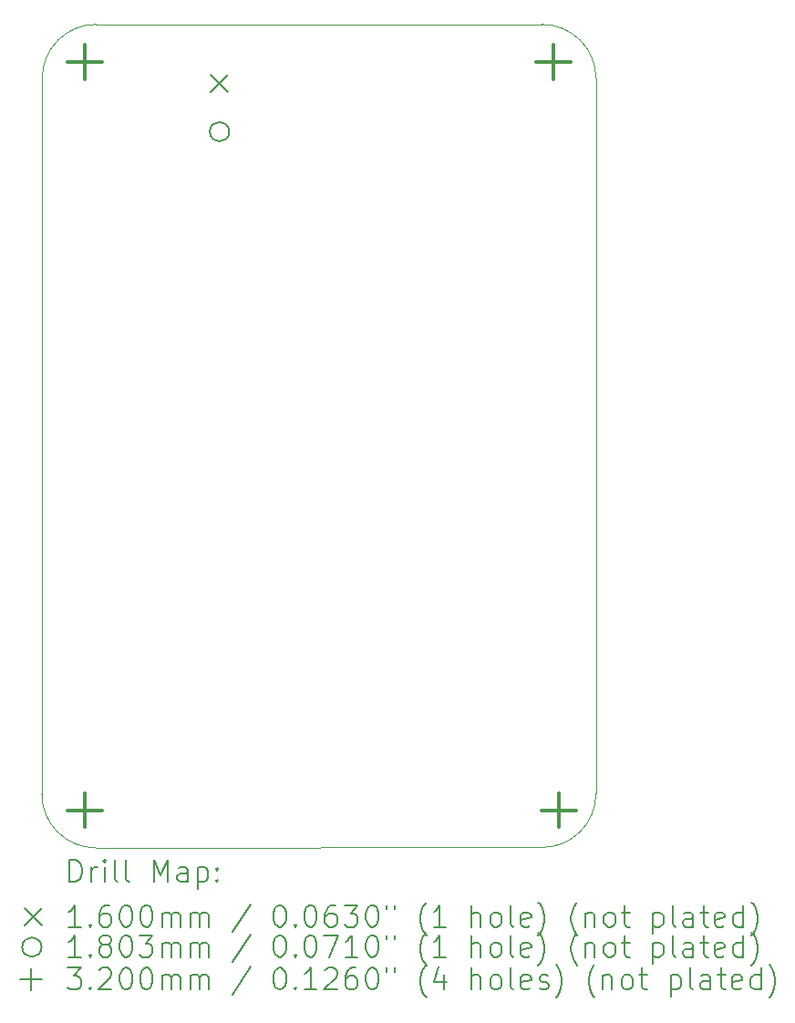
<source format=gbr>
%TF.GenerationSoftware,KiCad,Pcbnew,8.0.5*%
%TF.CreationDate,2024-11-08T10:57:39-05:00*%
%TF.ProjectId,Main,4d61696e-2e6b-4696-9361-645f70636258,rev?*%
%TF.SameCoordinates,Original*%
%TF.FileFunction,Drillmap*%
%TF.FilePolarity,Positive*%
%FSLAX45Y45*%
G04 Gerber Fmt 4.5, Leading zero omitted, Abs format (unit mm)*
G04 Created by KiCad (PCBNEW 8.0.5) date 2024-11-08 10:57:39*
%MOMM*%
%LPD*%
G01*
G04 APERTURE LIST*
%ADD10C,0.050000*%
%ADD11C,0.200000*%
%ADD12C,0.160020*%
%ADD13C,0.180340*%
%ADD14C,0.320000*%
G04 APERTURE END LIST*
D10*
X13353553Y-13053553D02*
G75*
G02*
X12853547Y-12553553I-3J500003D01*
G01*
X13357107Y-5407107D02*
X17500000Y-5407107D01*
X18000000Y-12550000D02*
G75*
G02*
X17500000Y-13050000I-500000J0D01*
G01*
X18000000Y-5907107D02*
X18000000Y-12550000D01*
X17500000Y-5407107D02*
G75*
G02*
X17999993Y-5907107I0J-499993D01*
G01*
X12853553Y-12553553D02*
X12857107Y-5907107D01*
X17500000Y-13050000D02*
X13353553Y-13053553D01*
X12857107Y-5907107D02*
G75*
G02*
X13357107Y-5407107I499999J1D01*
G01*
D11*
D12*
X14423543Y-5873543D02*
X14583563Y-6033563D01*
X14583563Y-5873543D02*
X14423543Y-6033563D01*
D13*
X14593723Y-6403553D02*
G75*
G02*
X14413383Y-6403553I-90170J0D01*
G01*
X14413383Y-6403553D02*
G75*
G02*
X14593723Y-6403553I90170J0D01*
G01*
D14*
X13253553Y-5593553D02*
X13253553Y-5913553D01*
X13093553Y-5753553D02*
X13413553Y-5753553D01*
X13253553Y-12543553D02*
X13253553Y-12863553D01*
X13093553Y-12703553D02*
X13413553Y-12703553D01*
X17603553Y-5593553D02*
X17603553Y-5913553D01*
X17443553Y-5753553D02*
X17763553Y-5753553D01*
X17653553Y-12543553D02*
X17653553Y-12863553D01*
X17493553Y-12703553D02*
X17813553Y-12703553D01*
D11*
X13111830Y-13367537D02*
X13111830Y-13167537D01*
X13111830Y-13167537D02*
X13159449Y-13167537D01*
X13159449Y-13167537D02*
X13188021Y-13177061D01*
X13188021Y-13177061D02*
X13207068Y-13196109D01*
X13207068Y-13196109D02*
X13216592Y-13215156D01*
X13216592Y-13215156D02*
X13226116Y-13253251D01*
X13226116Y-13253251D02*
X13226116Y-13281823D01*
X13226116Y-13281823D02*
X13216592Y-13319918D01*
X13216592Y-13319918D02*
X13207068Y-13338966D01*
X13207068Y-13338966D02*
X13188021Y-13358013D01*
X13188021Y-13358013D02*
X13159449Y-13367537D01*
X13159449Y-13367537D02*
X13111830Y-13367537D01*
X13311830Y-13367537D02*
X13311830Y-13234204D01*
X13311830Y-13272299D02*
X13321354Y-13253251D01*
X13321354Y-13253251D02*
X13330878Y-13243728D01*
X13330878Y-13243728D02*
X13349925Y-13234204D01*
X13349925Y-13234204D02*
X13368973Y-13234204D01*
X13435640Y-13367537D02*
X13435640Y-13234204D01*
X13435640Y-13167537D02*
X13426116Y-13177061D01*
X13426116Y-13177061D02*
X13435640Y-13186585D01*
X13435640Y-13186585D02*
X13445163Y-13177061D01*
X13445163Y-13177061D02*
X13435640Y-13167537D01*
X13435640Y-13167537D02*
X13435640Y-13186585D01*
X13559449Y-13367537D02*
X13540402Y-13358013D01*
X13540402Y-13358013D02*
X13530878Y-13338966D01*
X13530878Y-13338966D02*
X13530878Y-13167537D01*
X13664211Y-13367537D02*
X13645163Y-13358013D01*
X13645163Y-13358013D02*
X13635640Y-13338966D01*
X13635640Y-13338966D02*
X13635640Y-13167537D01*
X13892783Y-13367537D02*
X13892783Y-13167537D01*
X13892783Y-13167537D02*
X13959449Y-13310394D01*
X13959449Y-13310394D02*
X14026116Y-13167537D01*
X14026116Y-13167537D02*
X14026116Y-13367537D01*
X14207068Y-13367537D02*
X14207068Y-13262775D01*
X14207068Y-13262775D02*
X14197544Y-13243728D01*
X14197544Y-13243728D02*
X14178497Y-13234204D01*
X14178497Y-13234204D02*
X14140402Y-13234204D01*
X14140402Y-13234204D02*
X14121354Y-13243728D01*
X14207068Y-13358013D02*
X14188021Y-13367537D01*
X14188021Y-13367537D02*
X14140402Y-13367537D01*
X14140402Y-13367537D02*
X14121354Y-13358013D01*
X14121354Y-13358013D02*
X14111830Y-13338966D01*
X14111830Y-13338966D02*
X14111830Y-13319918D01*
X14111830Y-13319918D02*
X14121354Y-13300870D01*
X14121354Y-13300870D02*
X14140402Y-13291347D01*
X14140402Y-13291347D02*
X14188021Y-13291347D01*
X14188021Y-13291347D02*
X14207068Y-13281823D01*
X14302306Y-13234204D02*
X14302306Y-13434204D01*
X14302306Y-13243728D02*
X14321354Y-13234204D01*
X14321354Y-13234204D02*
X14359449Y-13234204D01*
X14359449Y-13234204D02*
X14378497Y-13243728D01*
X14378497Y-13243728D02*
X14388021Y-13253251D01*
X14388021Y-13253251D02*
X14397544Y-13272299D01*
X14397544Y-13272299D02*
X14397544Y-13329442D01*
X14397544Y-13329442D02*
X14388021Y-13348489D01*
X14388021Y-13348489D02*
X14378497Y-13358013D01*
X14378497Y-13358013D02*
X14359449Y-13367537D01*
X14359449Y-13367537D02*
X14321354Y-13367537D01*
X14321354Y-13367537D02*
X14302306Y-13358013D01*
X14483259Y-13348489D02*
X14492783Y-13358013D01*
X14492783Y-13358013D02*
X14483259Y-13367537D01*
X14483259Y-13367537D02*
X14473735Y-13358013D01*
X14473735Y-13358013D02*
X14483259Y-13348489D01*
X14483259Y-13348489D02*
X14483259Y-13367537D01*
X14483259Y-13243728D02*
X14492783Y-13253251D01*
X14492783Y-13253251D02*
X14483259Y-13262775D01*
X14483259Y-13262775D02*
X14473735Y-13253251D01*
X14473735Y-13253251D02*
X14483259Y-13243728D01*
X14483259Y-13243728D02*
X14483259Y-13262775D01*
D12*
X12691033Y-13616043D02*
X12851053Y-13776063D01*
X12851053Y-13616043D02*
X12691033Y-13776063D01*
D11*
X13216592Y-13787537D02*
X13102306Y-13787537D01*
X13159449Y-13787537D02*
X13159449Y-13587537D01*
X13159449Y-13587537D02*
X13140402Y-13616109D01*
X13140402Y-13616109D02*
X13121354Y-13635156D01*
X13121354Y-13635156D02*
X13102306Y-13644680D01*
X13302306Y-13768489D02*
X13311830Y-13778013D01*
X13311830Y-13778013D02*
X13302306Y-13787537D01*
X13302306Y-13787537D02*
X13292783Y-13778013D01*
X13292783Y-13778013D02*
X13302306Y-13768489D01*
X13302306Y-13768489D02*
X13302306Y-13787537D01*
X13483259Y-13587537D02*
X13445163Y-13587537D01*
X13445163Y-13587537D02*
X13426116Y-13597061D01*
X13426116Y-13597061D02*
X13416592Y-13606585D01*
X13416592Y-13606585D02*
X13397544Y-13635156D01*
X13397544Y-13635156D02*
X13388021Y-13673251D01*
X13388021Y-13673251D02*
X13388021Y-13749442D01*
X13388021Y-13749442D02*
X13397544Y-13768489D01*
X13397544Y-13768489D02*
X13407068Y-13778013D01*
X13407068Y-13778013D02*
X13426116Y-13787537D01*
X13426116Y-13787537D02*
X13464211Y-13787537D01*
X13464211Y-13787537D02*
X13483259Y-13778013D01*
X13483259Y-13778013D02*
X13492783Y-13768489D01*
X13492783Y-13768489D02*
X13502306Y-13749442D01*
X13502306Y-13749442D02*
X13502306Y-13701823D01*
X13502306Y-13701823D02*
X13492783Y-13682775D01*
X13492783Y-13682775D02*
X13483259Y-13673251D01*
X13483259Y-13673251D02*
X13464211Y-13663728D01*
X13464211Y-13663728D02*
X13426116Y-13663728D01*
X13426116Y-13663728D02*
X13407068Y-13673251D01*
X13407068Y-13673251D02*
X13397544Y-13682775D01*
X13397544Y-13682775D02*
X13388021Y-13701823D01*
X13626116Y-13587537D02*
X13645164Y-13587537D01*
X13645164Y-13587537D02*
X13664211Y-13597061D01*
X13664211Y-13597061D02*
X13673735Y-13606585D01*
X13673735Y-13606585D02*
X13683259Y-13625632D01*
X13683259Y-13625632D02*
X13692783Y-13663728D01*
X13692783Y-13663728D02*
X13692783Y-13711347D01*
X13692783Y-13711347D02*
X13683259Y-13749442D01*
X13683259Y-13749442D02*
X13673735Y-13768489D01*
X13673735Y-13768489D02*
X13664211Y-13778013D01*
X13664211Y-13778013D02*
X13645164Y-13787537D01*
X13645164Y-13787537D02*
X13626116Y-13787537D01*
X13626116Y-13787537D02*
X13607068Y-13778013D01*
X13607068Y-13778013D02*
X13597544Y-13768489D01*
X13597544Y-13768489D02*
X13588021Y-13749442D01*
X13588021Y-13749442D02*
X13578497Y-13711347D01*
X13578497Y-13711347D02*
X13578497Y-13663728D01*
X13578497Y-13663728D02*
X13588021Y-13625632D01*
X13588021Y-13625632D02*
X13597544Y-13606585D01*
X13597544Y-13606585D02*
X13607068Y-13597061D01*
X13607068Y-13597061D02*
X13626116Y-13587537D01*
X13816592Y-13587537D02*
X13835640Y-13587537D01*
X13835640Y-13587537D02*
X13854687Y-13597061D01*
X13854687Y-13597061D02*
X13864211Y-13606585D01*
X13864211Y-13606585D02*
X13873735Y-13625632D01*
X13873735Y-13625632D02*
X13883259Y-13663728D01*
X13883259Y-13663728D02*
X13883259Y-13711347D01*
X13883259Y-13711347D02*
X13873735Y-13749442D01*
X13873735Y-13749442D02*
X13864211Y-13768489D01*
X13864211Y-13768489D02*
X13854687Y-13778013D01*
X13854687Y-13778013D02*
X13835640Y-13787537D01*
X13835640Y-13787537D02*
X13816592Y-13787537D01*
X13816592Y-13787537D02*
X13797544Y-13778013D01*
X13797544Y-13778013D02*
X13788021Y-13768489D01*
X13788021Y-13768489D02*
X13778497Y-13749442D01*
X13778497Y-13749442D02*
X13768973Y-13711347D01*
X13768973Y-13711347D02*
X13768973Y-13663728D01*
X13768973Y-13663728D02*
X13778497Y-13625632D01*
X13778497Y-13625632D02*
X13788021Y-13606585D01*
X13788021Y-13606585D02*
X13797544Y-13597061D01*
X13797544Y-13597061D02*
X13816592Y-13587537D01*
X13968973Y-13787537D02*
X13968973Y-13654204D01*
X13968973Y-13673251D02*
X13978497Y-13663728D01*
X13978497Y-13663728D02*
X13997544Y-13654204D01*
X13997544Y-13654204D02*
X14026116Y-13654204D01*
X14026116Y-13654204D02*
X14045164Y-13663728D01*
X14045164Y-13663728D02*
X14054687Y-13682775D01*
X14054687Y-13682775D02*
X14054687Y-13787537D01*
X14054687Y-13682775D02*
X14064211Y-13663728D01*
X14064211Y-13663728D02*
X14083259Y-13654204D01*
X14083259Y-13654204D02*
X14111830Y-13654204D01*
X14111830Y-13654204D02*
X14130878Y-13663728D01*
X14130878Y-13663728D02*
X14140402Y-13682775D01*
X14140402Y-13682775D02*
X14140402Y-13787537D01*
X14235640Y-13787537D02*
X14235640Y-13654204D01*
X14235640Y-13673251D02*
X14245164Y-13663728D01*
X14245164Y-13663728D02*
X14264211Y-13654204D01*
X14264211Y-13654204D02*
X14292783Y-13654204D01*
X14292783Y-13654204D02*
X14311830Y-13663728D01*
X14311830Y-13663728D02*
X14321354Y-13682775D01*
X14321354Y-13682775D02*
X14321354Y-13787537D01*
X14321354Y-13682775D02*
X14330878Y-13663728D01*
X14330878Y-13663728D02*
X14349925Y-13654204D01*
X14349925Y-13654204D02*
X14378497Y-13654204D01*
X14378497Y-13654204D02*
X14397545Y-13663728D01*
X14397545Y-13663728D02*
X14407068Y-13682775D01*
X14407068Y-13682775D02*
X14407068Y-13787537D01*
X14797545Y-13578013D02*
X14626116Y-13835156D01*
X15054687Y-13587537D02*
X15073735Y-13587537D01*
X15073735Y-13587537D02*
X15092783Y-13597061D01*
X15092783Y-13597061D02*
X15102307Y-13606585D01*
X15102307Y-13606585D02*
X15111830Y-13625632D01*
X15111830Y-13625632D02*
X15121354Y-13663728D01*
X15121354Y-13663728D02*
X15121354Y-13711347D01*
X15121354Y-13711347D02*
X15111830Y-13749442D01*
X15111830Y-13749442D02*
X15102307Y-13768489D01*
X15102307Y-13768489D02*
X15092783Y-13778013D01*
X15092783Y-13778013D02*
X15073735Y-13787537D01*
X15073735Y-13787537D02*
X15054687Y-13787537D01*
X15054687Y-13787537D02*
X15035640Y-13778013D01*
X15035640Y-13778013D02*
X15026116Y-13768489D01*
X15026116Y-13768489D02*
X15016592Y-13749442D01*
X15016592Y-13749442D02*
X15007068Y-13711347D01*
X15007068Y-13711347D02*
X15007068Y-13663728D01*
X15007068Y-13663728D02*
X15016592Y-13625632D01*
X15016592Y-13625632D02*
X15026116Y-13606585D01*
X15026116Y-13606585D02*
X15035640Y-13597061D01*
X15035640Y-13597061D02*
X15054687Y-13587537D01*
X15207068Y-13768489D02*
X15216592Y-13778013D01*
X15216592Y-13778013D02*
X15207068Y-13787537D01*
X15207068Y-13787537D02*
X15197545Y-13778013D01*
X15197545Y-13778013D02*
X15207068Y-13768489D01*
X15207068Y-13768489D02*
X15207068Y-13787537D01*
X15340402Y-13587537D02*
X15359449Y-13587537D01*
X15359449Y-13587537D02*
X15378497Y-13597061D01*
X15378497Y-13597061D02*
X15388021Y-13606585D01*
X15388021Y-13606585D02*
X15397545Y-13625632D01*
X15397545Y-13625632D02*
X15407068Y-13663728D01*
X15407068Y-13663728D02*
X15407068Y-13711347D01*
X15407068Y-13711347D02*
X15397545Y-13749442D01*
X15397545Y-13749442D02*
X15388021Y-13768489D01*
X15388021Y-13768489D02*
X15378497Y-13778013D01*
X15378497Y-13778013D02*
X15359449Y-13787537D01*
X15359449Y-13787537D02*
X15340402Y-13787537D01*
X15340402Y-13787537D02*
X15321354Y-13778013D01*
X15321354Y-13778013D02*
X15311830Y-13768489D01*
X15311830Y-13768489D02*
X15302307Y-13749442D01*
X15302307Y-13749442D02*
X15292783Y-13711347D01*
X15292783Y-13711347D02*
X15292783Y-13663728D01*
X15292783Y-13663728D02*
X15302307Y-13625632D01*
X15302307Y-13625632D02*
X15311830Y-13606585D01*
X15311830Y-13606585D02*
X15321354Y-13597061D01*
X15321354Y-13597061D02*
X15340402Y-13587537D01*
X15578497Y-13587537D02*
X15540402Y-13587537D01*
X15540402Y-13587537D02*
X15521354Y-13597061D01*
X15521354Y-13597061D02*
X15511830Y-13606585D01*
X15511830Y-13606585D02*
X15492783Y-13635156D01*
X15492783Y-13635156D02*
X15483259Y-13673251D01*
X15483259Y-13673251D02*
X15483259Y-13749442D01*
X15483259Y-13749442D02*
X15492783Y-13768489D01*
X15492783Y-13768489D02*
X15502307Y-13778013D01*
X15502307Y-13778013D02*
X15521354Y-13787537D01*
X15521354Y-13787537D02*
X15559449Y-13787537D01*
X15559449Y-13787537D02*
X15578497Y-13778013D01*
X15578497Y-13778013D02*
X15588021Y-13768489D01*
X15588021Y-13768489D02*
X15597545Y-13749442D01*
X15597545Y-13749442D02*
X15597545Y-13701823D01*
X15597545Y-13701823D02*
X15588021Y-13682775D01*
X15588021Y-13682775D02*
X15578497Y-13673251D01*
X15578497Y-13673251D02*
X15559449Y-13663728D01*
X15559449Y-13663728D02*
X15521354Y-13663728D01*
X15521354Y-13663728D02*
X15502307Y-13673251D01*
X15502307Y-13673251D02*
X15492783Y-13682775D01*
X15492783Y-13682775D02*
X15483259Y-13701823D01*
X15664211Y-13587537D02*
X15788021Y-13587537D01*
X15788021Y-13587537D02*
X15721354Y-13663728D01*
X15721354Y-13663728D02*
X15749926Y-13663728D01*
X15749926Y-13663728D02*
X15768973Y-13673251D01*
X15768973Y-13673251D02*
X15778497Y-13682775D01*
X15778497Y-13682775D02*
X15788021Y-13701823D01*
X15788021Y-13701823D02*
X15788021Y-13749442D01*
X15788021Y-13749442D02*
X15778497Y-13768489D01*
X15778497Y-13768489D02*
X15768973Y-13778013D01*
X15768973Y-13778013D02*
X15749926Y-13787537D01*
X15749926Y-13787537D02*
X15692783Y-13787537D01*
X15692783Y-13787537D02*
X15673735Y-13778013D01*
X15673735Y-13778013D02*
X15664211Y-13768489D01*
X15911830Y-13587537D02*
X15930878Y-13587537D01*
X15930878Y-13587537D02*
X15949926Y-13597061D01*
X15949926Y-13597061D02*
X15959449Y-13606585D01*
X15959449Y-13606585D02*
X15968973Y-13625632D01*
X15968973Y-13625632D02*
X15978497Y-13663728D01*
X15978497Y-13663728D02*
X15978497Y-13711347D01*
X15978497Y-13711347D02*
X15968973Y-13749442D01*
X15968973Y-13749442D02*
X15959449Y-13768489D01*
X15959449Y-13768489D02*
X15949926Y-13778013D01*
X15949926Y-13778013D02*
X15930878Y-13787537D01*
X15930878Y-13787537D02*
X15911830Y-13787537D01*
X15911830Y-13787537D02*
X15892783Y-13778013D01*
X15892783Y-13778013D02*
X15883259Y-13768489D01*
X15883259Y-13768489D02*
X15873735Y-13749442D01*
X15873735Y-13749442D02*
X15864211Y-13711347D01*
X15864211Y-13711347D02*
X15864211Y-13663728D01*
X15864211Y-13663728D02*
X15873735Y-13625632D01*
X15873735Y-13625632D02*
X15883259Y-13606585D01*
X15883259Y-13606585D02*
X15892783Y-13597061D01*
X15892783Y-13597061D02*
X15911830Y-13587537D01*
X16054688Y-13587537D02*
X16054688Y-13625632D01*
X16130878Y-13587537D02*
X16130878Y-13625632D01*
X16426116Y-13863728D02*
X16416592Y-13854204D01*
X16416592Y-13854204D02*
X16397545Y-13825632D01*
X16397545Y-13825632D02*
X16388021Y-13806585D01*
X16388021Y-13806585D02*
X16378497Y-13778013D01*
X16378497Y-13778013D02*
X16368973Y-13730394D01*
X16368973Y-13730394D02*
X16368973Y-13692299D01*
X16368973Y-13692299D02*
X16378497Y-13644680D01*
X16378497Y-13644680D02*
X16388021Y-13616109D01*
X16388021Y-13616109D02*
X16397545Y-13597061D01*
X16397545Y-13597061D02*
X16416592Y-13568489D01*
X16416592Y-13568489D02*
X16426116Y-13558966D01*
X16607069Y-13787537D02*
X16492783Y-13787537D01*
X16549926Y-13787537D02*
X16549926Y-13587537D01*
X16549926Y-13587537D02*
X16530878Y-13616109D01*
X16530878Y-13616109D02*
X16511830Y-13635156D01*
X16511830Y-13635156D02*
X16492783Y-13644680D01*
X16845164Y-13787537D02*
X16845164Y-13587537D01*
X16930878Y-13787537D02*
X16930878Y-13682775D01*
X16930878Y-13682775D02*
X16921354Y-13663728D01*
X16921354Y-13663728D02*
X16902307Y-13654204D01*
X16902307Y-13654204D02*
X16873735Y-13654204D01*
X16873735Y-13654204D02*
X16854688Y-13663728D01*
X16854688Y-13663728D02*
X16845164Y-13673251D01*
X17054688Y-13787537D02*
X17035640Y-13778013D01*
X17035640Y-13778013D02*
X17026116Y-13768489D01*
X17026116Y-13768489D02*
X17016593Y-13749442D01*
X17016593Y-13749442D02*
X17016593Y-13692299D01*
X17016593Y-13692299D02*
X17026116Y-13673251D01*
X17026116Y-13673251D02*
X17035640Y-13663728D01*
X17035640Y-13663728D02*
X17054688Y-13654204D01*
X17054688Y-13654204D02*
X17083259Y-13654204D01*
X17083259Y-13654204D02*
X17102307Y-13663728D01*
X17102307Y-13663728D02*
X17111831Y-13673251D01*
X17111831Y-13673251D02*
X17121354Y-13692299D01*
X17121354Y-13692299D02*
X17121354Y-13749442D01*
X17121354Y-13749442D02*
X17111831Y-13768489D01*
X17111831Y-13768489D02*
X17102307Y-13778013D01*
X17102307Y-13778013D02*
X17083259Y-13787537D01*
X17083259Y-13787537D02*
X17054688Y-13787537D01*
X17235640Y-13787537D02*
X17216593Y-13778013D01*
X17216593Y-13778013D02*
X17207069Y-13758966D01*
X17207069Y-13758966D02*
X17207069Y-13587537D01*
X17388021Y-13778013D02*
X17368974Y-13787537D01*
X17368974Y-13787537D02*
X17330878Y-13787537D01*
X17330878Y-13787537D02*
X17311831Y-13778013D01*
X17311831Y-13778013D02*
X17302307Y-13758966D01*
X17302307Y-13758966D02*
X17302307Y-13682775D01*
X17302307Y-13682775D02*
X17311831Y-13663728D01*
X17311831Y-13663728D02*
X17330878Y-13654204D01*
X17330878Y-13654204D02*
X17368974Y-13654204D01*
X17368974Y-13654204D02*
X17388021Y-13663728D01*
X17388021Y-13663728D02*
X17397545Y-13682775D01*
X17397545Y-13682775D02*
X17397545Y-13701823D01*
X17397545Y-13701823D02*
X17302307Y-13720870D01*
X17464212Y-13863728D02*
X17473735Y-13854204D01*
X17473735Y-13854204D02*
X17492783Y-13825632D01*
X17492783Y-13825632D02*
X17502307Y-13806585D01*
X17502307Y-13806585D02*
X17511831Y-13778013D01*
X17511831Y-13778013D02*
X17521354Y-13730394D01*
X17521354Y-13730394D02*
X17521354Y-13692299D01*
X17521354Y-13692299D02*
X17511831Y-13644680D01*
X17511831Y-13644680D02*
X17502307Y-13616109D01*
X17502307Y-13616109D02*
X17492783Y-13597061D01*
X17492783Y-13597061D02*
X17473735Y-13568489D01*
X17473735Y-13568489D02*
X17464212Y-13558966D01*
X17826116Y-13863728D02*
X17816593Y-13854204D01*
X17816593Y-13854204D02*
X17797545Y-13825632D01*
X17797545Y-13825632D02*
X17788021Y-13806585D01*
X17788021Y-13806585D02*
X17778497Y-13778013D01*
X17778497Y-13778013D02*
X17768974Y-13730394D01*
X17768974Y-13730394D02*
X17768974Y-13692299D01*
X17768974Y-13692299D02*
X17778497Y-13644680D01*
X17778497Y-13644680D02*
X17788021Y-13616109D01*
X17788021Y-13616109D02*
X17797545Y-13597061D01*
X17797545Y-13597061D02*
X17816593Y-13568489D01*
X17816593Y-13568489D02*
X17826116Y-13558966D01*
X17902307Y-13654204D02*
X17902307Y-13787537D01*
X17902307Y-13673251D02*
X17911831Y-13663728D01*
X17911831Y-13663728D02*
X17930878Y-13654204D01*
X17930878Y-13654204D02*
X17959450Y-13654204D01*
X17959450Y-13654204D02*
X17978497Y-13663728D01*
X17978497Y-13663728D02*
X17988021Y-13682775D01*
X17988021Y-13682775D02*
X17988021Y-13787537D01*
X18111831Y-13787537D02*
X18092783Y-13778013D01*
X18092783Y-13778013D02*
X18083259Y-13768489D01*
X18083259Y-13768489D02*
X18073735Y-13749442D01*
X18073735Y-13749442D02*
X18073735Y-13692299D01*
X18073735Y-13692299D02*
X18083259Y-13673251D01*
X18083259Y-13673251D02*
X18092783Y-13663728D01*
X18092783Y-13663728D02*
X18111831Y-13654204D01*
X18111831Y-13654204D02*
X18140402Y-13654204D01*
X18140402Y-13654204D02*
X18159450Y-13663728D01*
X18159450Y-13663728D02*
X18168974Y-13673251D01*
X18168974Y-13673251D02*
X18178497Y-13692299D01*
X18178497Y-13692299D02*
X18178497Y-13749442D01*
X18178497Y-13749442D02*
X18168974Y-13768489D01*
X18168974Y-13768489D02*
X18159450Y-13778013D01*
X18159450Y-13778013D02*
X18140402Y-13787537D01*
X18140402Y-13787537D02*
X18111831Y-13787537D01*
X18235640Y-13654204D02*
X18311831Y-13654204D01*
X18264212Y-13587537D02*
X18264212Y-13758966D01*
X18264212Y-13758966D02*
X18273735Y-13778013D01*
X18273735Y-13778013D02*
X18292783Y-13787537D01*
X18292783Y-13787537D02*
X18311831Y-13787537D01*
X18530878Y-13654204D02*
X18530878Y-13854204D01*
X18530878Y-13663728D02*
X18549926Y-13654204D01*
X18549926Y-13654204D02*
X18588021Y-13654204D01*
X18588021Y-13654204D02*
X18607069Y-13663728D01*
X18607069Y-13663728D02*
X18616593Y-13673251D01*
X18616593Y-13673251D02*
X18626116Y-13692299D01*
X18626116Y-13692299D02*
X18626116Y-13749442D01*
X18626116Y-13749442D02*
X18616593Y-13768489D01*
X18616593Y-13768489D02*
X18607069Y-13778013D01*
X18607069Y-13778013D02*
X18588021Y-13787537D01*
X18588021Y-13787537D02*
X18549926Y-13787537D01*
X18549926Y-13787537D02*
X18530878Y-13778013D01*
X18740402Y-13787537D02*
X18721355Y-13778013D01*
X18721355Y-13778013D02*
X18711831Y-13758966D01*
X18711831Y-13758966D02*
X18711831Y-13587537D01*
X18902307Y-13787537D02*
X18902307Y-13682775D01*
X18902307Y-13682775D02*
X18892783Y-13663728D01*
X18892783Y-13663728D02*
X18873736Y-13654204D01*
X18873736Y-13654204D02*
X18835640Y-13654204D01*
X18835640Y-13654204D02*
X18816593Y-13663728D01*
X18902307Y-13778013D02*
X18883259Y-13787537D01*
X18883259Y-13787537D02*
X18835640Y-13787537D01*
X18835640Y-13787537D02*
X18816593Y-13778013D01*
X18816593Y-13778013D02*
X18807069Y-13758966D01*
X18807069Y-13758966D02*
X18807069Y-13739918D01*
X18807069Y-13739918D02*
X18816593Y-13720870D01*
X18816593Y-13720870D02*
X18835640Y-13711347D01*
X18835640Y-13711347D02*
X18883259Y-13711347D01*
X18883259Y-13711347D02*
X18902307Y-13701823D01*
X18968974Y-13654204D02*
X19045164Y-13654204D01*
X18997545Y-13587537D02*
X18997545Y-13758966D01*
X18997545Y-13758966D02*
X19007069Y-13778013D01*
X19007069Y-13778013D02*
X19026116Y-13787537D01*
X19026116Y-13787537D02*
X19045164Y-13787537D01*
X19188021Y-13778013D02*
X19168974Y-13787537D01*
X19168974Y-13787537D02*
X19130878Y-13787537D01*
X19130878Y-13787537D02*
X19111831Y-13778013D01*
X19111831Y-13778013D02*
X19102307Y-13758966D01*
X19102307Y-13758966D02*
X19102307Y-13682775D01*
X19102307Y-13682775D02*
X19111831Y-13663728D01*
X19111831Y-13663728D02*
X19130878Y-13654204D01*
X19130878Y-13654204D02*
X19168974Y-13654204D01*
X19168974Y-13654204D02*
X19188021Y-13663728D01*
X19188021Y-13663728D02*
X19197545Y-13682775D01*
X19197545Y-13682775D02*
X19197545Y-13701823D01*
X19197545Y-13701823D02*
X19102307Y-13720870D01*
X19368974Y-13787537D02*
X19368974Y-13587537D01*
X19368974Y-13778013D02*
X19349926Y-13787537D01*
X19349926Y-13787537D02*
X19311831Y-13787537D01*
X19311831Y-13787537D02*
X19292783Y-13778013D01*
X19292783Y-13778013D02*
X19283259Y-13768489D01*
X19283259Y-13768489D02*
X19273736Y-13749442D01*
X19273736Y-13749442D02*
X19273736Y-13692299D01*
X19273736Y-13692299D02*
X19283259Y-13673251D01*
X19283259Y-13673251D02*
X19292783Y-13663728D01*
X19292783Y-13663728D02*
X19311831Y-13654204D01*
X19311831Y-13654204D02*
X19349926Y-13654204D01*
X19349926Y-13654204D02*
X19368974Y-13663728D01*
X19445164Y-13863728D02*
X19454688Y-13854204D01*
X19454688Y-13854204D02*
X19473736Y-13825632D01*
X19473736Y-13825632D02*
X19483259Y-13806585D01*
X19483259Y-13806585D02*
X19492783Y-13778013D01*
X19492783Y-13778013D02*
X19502307Y-13730394D01*
X19502307Y-13730394D02*
X19502307Y-13692299D01*
X19502307Y-13692299D02*
X19492783Y-13644680D01*
X19492783Y-13644680D02*
X19483259Y-13616109D01*
X19483259Y-13616109D02*
X19473736Y-13597061D01*
X19473736Y-13597061D02*
X19454688Y-13568489D01*
X19454688Y-13568489D02*
X19445164Y-13558966D01*
D13*
X12851053Y-13976073D02*
G75*
G02*
X12670713Y-13976073I-90170J0D01*
G01*
X12670713Y-13976073D02*
G75*
G02*
X12851053Y-13976073I90170J0D01*
G01*
D11*
X13216592Y-14067557D02*
X13102306Y-14067557D01*
X13159449Y-14067557D02*
X13159449Y-13867557D01*
X13159449Y-13867557D02*
X13140402Y-13896129D01*
X13140402Y-13896129D02*
X13121354Y-13915176D01*
X13121354Y-13915176D02*
X13102306Y-13924700D01*
X13302306Y-14048509D02*
X13311830Y-14058033D01*
X13311830Y-14058033D02*
X13302306Y-14067557D01*
X13302306Y-14067557D02*
X13292783Y-14058033D01*
X13292783Y-14058033D02*
X13302306Y-14048509D01*
X13302306Y-14048509D02*
X13302306Y-14067557D01*
X13426116Y-13953271D02*
X13407068Y-13943748D01*
X13407068Y-13943748D02*
X13397544Y-13934224D01*
X13397544Y-13934224D02*
X13388021Y-13915176D01*
X13388021Y-13915176D02*
X13388021Y-13905652D01*
X13388021Y-13905652D02*
X13397544Y-13886605D01*
X13397544Y-13886605D02*
X13407068Y-13877081D01*
X13407068Y-13877081D02*
X13426116Y-13867557D01*
X13426116Y-13867557D02*
X13464211Y-13867557D01*
X13464211Y-13867557D02*
X13483259Y-13877081D01*
X13483259Y-13877081D02*
X13492783Y-13886605D01*
X13492783Y-13886605D02*
X13502306Y-13905652D01*
X13502306Y-13905652D02*
X13502306Y-13915176D01*
X13502306Y-13915176D02*
X13492783Y-13934224D01*
X13492783Y-13934224D02*
X13483259Y-13943748D01*
X13483259Y-13943748D02*
X13464211Y-13953271D01*
X13464211Y-13953271D02*
X13426116Y-13953271D01*
X13426116Y-13953271D02*
X13407068Y-13962795D01*
X13407068Y-13962795D02*
X13397544Y-13972319D01*
X13397544Y-13972319D02*
X13388021Y-13991367D01*
X13388021Y-13991367D02*
X13388021Y-14029462D01*
X13388021Y-14029462D02*
X13397544Y-14048509D01*
X13397544Y-14048509D02*
X13407068Y-14058033D01*
X13407068Y-14058033D02*
X13426116Y-14067557D01*
X13426116Y-14067557D02*
X13464211Y-14067557D01*
X13464211Y-14067557D02*
X13483259Y-14058033D01*
X13483259Y-14058033D02*
X13492783Y-14048509D01*
X13492783Y-14048509D02*
X13502306Y-14029462D01*
X13502306Y-14029462D02*
X13502306Y-13991367D01*
X13502306Y-13991367D02*
X13492783Y-13972319D01*
X13492783Y-13972319D02*
X13483259Y-13962795D01*
X13483259Y-13962795D02*
X13464211Y-13953271D01*
X13626116Y-13867557D02*
X13645164Y-13867557D01*
X13645164Y-13867557D02*
X13664211Y-13877081D01*
X13664211Y-13877081D02*
X13673735Y-13886605D01*
X13673735Y-13886605D02*
X13683259Y-13905652D01*
X13683259Y-13905652D02*
X13692783Y-13943748D01*
X13692783Y-13943748D02*
X13692783Y-13991367D01*
X13692783Y-13991367D02*
X13683259Y-14029462D01*
X13683259Y-14029462D02*
X13673735Y-14048509D01*
X13673735Y-14048509D02*
X13664211Y-14058033D01*
X13664211Y-14058033D02*
X13645164Y-14067557D01*
X13645164Y-14067557D02*
X13626116Y-14067557D01*
X13626116Y-14067557D02*
X13607068Y-14058033D01*
X13607068Y-14058033D02*
X13597544Y-14048509D01*
X13597544Y-14048509D02*
X13588021Y-14029462D01*
X13588021Y-14029462D02*
X13578497Y-13991367D01*
X13578497Y-13991367D02*
X13578497Y-13943748D01*
X13578497Y-13943748D02*
X13588021Y-13905652D01*
X13588021Y-13905652D02*
X13597544Y-13886605D01*
X13597544Y-13886605D02*
X13607068Y-13877081D01*
X13607068Y-13877081D02*
X13626116Y-13867557D01*
X13759449Y-13867557D02*
X13883259Y-13867557D01*
X13883259Y-13867557D02*
X13816592Y-13943748D01*
X13816592Y-13943748D02*
X13845164Y-13943748D01*
X13845164Y-13943748D02*
X13864211Y-13953271D01*
X13864211Y-13953271D02*
X13873735Y-13962795D01*
X13873735Y-13962795D02*
X13883259Y-13981843D01*
X13883259Y-13981843D02*
X13883259Y-14029462D01*
X13883259Y-14029462D02*
X13873735Y-14048509D01*
X13873735Y-14048509D02*
X13864211Y-14058033D01*
X13864211Y-14058033D02*
X13845164Y-14067557D01*
X13845164Y-14067557D02*
X13788021Y-14067557D01*
X13788021Y-14067557D02*
X13768973Y-14058033D01*
X13768973Y-14058033D02*
X13759449Y-14048509D01*
X13968973Y-14067557D02*
X13968973Y-13934224D01*
X13968973Y-13953271D02*
X13978497Y-13943748D01*
X13978497Y-13943748D02*
X13997544Y-13934224D01*
X13997544Y-13934224D02*
X14026116Y-13934224D01*
X14026116Y-13934224D02*
X14045164Y-13943748D01*
X14045164Y-13943748D02*
X14054687Y-13962795D01*
X14054687Y-13962795D02*
X14054687Y-14067557D01*
X14054687Y-13962795D02*
X14064211Y-13943748D01*
X14064211Y-13943748D02*
X14083259Y-13934224D01*
X14083259Y-13934224D02*
X14111830Y-13934224D01*
X14111830Y-13934224D02*
X14130878Y-13943748D01*
X14130878Y-13943748D02*
X14140402Y-13962795D01*
X14140402Y-13962795D02*
X14140402Y-14067557D01*
X14235640Y-14067557D02*
X14235640Y-13934224D01*
X14235640Y-13953271D02*
X14245164Y-13943748D01*
X14245164Y-13943748D02*
X14264211Y-13934224D01*
X14264211Y-13934224D02*
X14292783Y-13934224D01*
X14292783Y-13934224D02*
X14311830Y-13943748D01*
X14311830Y-13943748D02*
X14321354Y-13962795D01*
X14321354Y-13962795D02*
X14321354Y-14067557D01*
X14321354Y-13962795D02*
X14330878Y-13943748D01*
X14330878Y-13943748D02*
X14349925Y-13934224D01*
X14349925Y-13934224D02*
X14378497Y-13934224D01*
X14378497Y-13934224D02*
X14397545Y-13943748D01*
X14397545Y-13943748D02*
X14407068Y-13962795D01*
X14407068Y-13962795D02*
X14407068Y-14067557D01*
X14797545Y-13858033D02*
X14626116Y-14115176D01*
X15054687Y-13867557D02*
X15073735Y-13867557D01*
X15073735Y-13867557D02*
X15092783Y-13877081D01*
X15092783Y-13877081D02*
X15102307Y-13886605D01*
X15102307Y-13886605D02*
X15111830Y-13905652D01*
X15111830Y-13905652D02*
X15121354Y-13943748D01*
X15121354Y-13943748D02*
X15121354Y-13991367D01*
X15121354Y-13991367D02*
X15111830Y-14029462D01*
X15111830Y-14029462D02*
X15102307Y-14048509D01*
X15102307Y-14048509D02*
X15092783Y-14058033D01*
X15092783Y-14058033D02*
X15073735Y-14067557D01*
X15073735Y-14067557D02*
X15054687Y-14067557D01*
X15054687Y-14067557D02*
X15035640Y-14058033D01*
X15035640Y-14058033D02*
X15026116Y-14048509D01*
X15026116Y-14048509D02*
X15016592Y-14029462D01*
X15016592Y-14029462D02*
X15007068Y-13991367D01*
X15007068Y-13991367D02*
X15007068Y-13943748D01*
X15007068Y-13943748D02*
X15016592Y-13905652D01*
X15016592Y-13905652D02*
X15026116Y-13886605D01*
X15026116Y-13886605D02*
X15035640Y-13877081D01*
X15035640Y-13877081D02*
X15054687Y-13867557D01*
X15207068Y-14048509D02*
X15216592Y-14058033D01*
X15216592Y-14058033D02*
X15207068Y-14067557D01*
X15207068Y-14067557D02*
X15197545Y-14058033D01*
X15197545Y-14058033D02*
X15207068Y-14048509D01*
X15207068Y-14048509D02*
X15207068Y-14067557D01*
X15340402Y-13867557D02*
X15359449Y-13867557D01*
X15359449Y-13867557D02*
X15378497Y-13877081D01*
X15378497Y-13877081D02*
X15388021Y-13886605D01*
X15388021Y-13886605D02*
X15397545Y-13905652D01*
X15397545Y-13905652D02*
X15407068Y-13943748D01*
X15407068Y-13943748D02*
X15407068Y-13991367D01*
X15407068Y-13991367D02*
X15397545Y-14029462D01*
X15397545Y-14029462D02*
X15388021Y-14048509D01*
X15388021Y-14048509D02*
X15378497Y-14058033D01*
X15378497Y-14058033D02*
X15359449Y-14067557D01*
X15359449Y-14067557D02*
X15340402Y-14067557D01*
X15340402Y-14067557D02*
X15321354Y-14058033D01*
X15321354Y-14058033D02*
X15311830Y-14048509D01*
X15311830Y-14048509D02*
X15302307Y-14029462D01*
X15302307Y-14029462D02*
X15292783Y-13991367D01*
X15292783Y-13991367D02*
X15292783Y-13943748D01*
X15292783Y-13943748D02*
X15302307Y-13905652D01*
X15302307Y-13905652D02*
X15311830Y-13886605D01*
X15311830Y-13886605D02*
X15321354Y-13877081D01*
X15321354Y-13877081D02*
X15340402Y-13867557D01*
X15473735Y-13867557D02*
X15607068Y-13867557D01*
X15607068Y-13867557D02*
X15521354Y-14067557D01*
X15788021Y-14067557D02*
X15673735Y-14067557D01*
X15730878Y-14067557D02*
X15730878Y-13867557D01*
X15730878Y-13867557D02*
X15711830Y-13896129D01*
X15711830Y-13896129D02*
X15692783Y-13915176D01*
X15692783Y-13915176D02*
X15673735Y-13924700D01*
X15911830Y-13867557D02*
X15930878Y-13867557D01*
X15930878Y-13867557D02*
X15949926Y-13877081D01*
X15949926Y-13877081D02*
X15959449Y-13886605D01*
X15959449Y-13886605D02*
X15968973Y-13905652D01*
X15968973Y-13905652D02*
X15978497Y-13943748D01*
X15978497Y-13943748D02*
X15978497Y-13991367D01*
X15978497Y-13991367D02*
X15968973Y-14029462D01*
X15968973Y-14029462D02*
X15959449Y-14048509D01*
X15959449Y-14048509D02*
X15949926Y-14058033D01*
X15949926Y-14058033D02*
X15930878Y-14067557D01*
X15930878Y-14067557D02*
X15911830Y-14067557D01*
X15911830Y-14067557D02*
X15892783Y-14058033D01*
X15892783Y-14058033D02*
X15883259Y-14048509D01*
X15883259Y-14048509D02*
X15873735Y-14029462D01*
X15873735Y-14029462D02*
X15864211Y-13991367D01*
X15864211Y-13991367D02*
X15864211Y-13943748D01*
X15864211Y-13943748D02*
X15873735Y-13905652D01*
X15873735Y-13905652D02*
X15883259Y-13886605D01*
X15883259Y-13886605D02*
X15892783Y-13877081D01*
X15892783Y-13877081D02*
X15911830Y-13867557D01*
X16054688Y-13867557D02*
X16054688Y-13905652D01*
X16130878Y-13867557D02*
X16130878Y-13905652D01*
X16426116Y-14143748D02*
X16416592Y-14134224D01*
X16416592Y-14134224D02*
X16397545Y-14105652D01*
X16397545Y-14105652D02*
X16388021Y-14086605D01*
X16388021Y-14086605D02*
X16378497Y-14058033D01*
X16378497Y-14058033D02*
X16368973Y-14010414D01*
X16368973Y-14010414D02*
X16368973Y-13972319D01*
X16368973Y-13972319D02*
X16378497Y-13924700D01*
X16378497Y-13924700D02*
X16388021Y-13896129D01*
X16388021Y-13896129D02*
X16397545Y-13877081D01*
X16397545Y-13877081D02*
X16416592Y-13848509D01*
X16416592Y-13848509D02*
X16426116Y-13838986D01*
X16607069Y-14067557D02*
X16492783Y-14067557D01*
X16549926Y-14067557D02*
X16549926Y-13867557D01*
X16549926Y-13867557D02*
X16530878Y-13896129D01*
X16530878Y-13896129D02*
X16511830Y-13915176D01*
X16511830Y-13915176D02*
X16492783Y-13924700D01*
X16845164Y-14067557D02*
X16845164Y-13867557D01*
X16930878Y-14067557D02*
X16930878Y-13962795D01*
X16930878Y-13962795D02*
X16921354Y-13943748D01*
X16921354Y-13943748D02*
X16902307Y-13934224D01*
X16902307Y-13934224D02*
X16873735Y-13934224D01*
X16873735Y-13934224D02*
X16854688Y-13943748D01*
X16854688Y-13943748D02*
X16845164Y-13953271D01*
X17054688Y-14067557D02*
X17035640Y-14058033D01*
X17035640Y-14058033D02*
X17026116Y-14048509D01*
X17026116Y-14048509D02*
X17016593Y-14029462D01*
X17016593Y-14029462D02*
X17016593Y-13972319D01*
X17016593Y-13972319D02*
X17026116Y-13953271D01*
X17026116Y-13953271D02*
X17035640Y-13943748D01*
X17035640Y-13943748D02*
X17054688Y-13934224D01*
X17054688Y-13934224D02*
X17083259Y-13934224D01*
X17083259Y-13934224D02*
X17102307Y-13943748D01*
X17102307Y-13943748D02*
X17111831Y-13953271D01*
X17111831Y-13953271D02*
X17121354Y-13972319D01*
X17121354Y-13972319D02*
X17121354Y-14029462D01*
X17121354Y-14029462D02*
X17111831Y-14048509D01*
X17111831Y-14048509D02*
X17102307Y-14058033D01*
X17102307Y-14058033D02*
X17083259Y-14067557D01*
X17083259Y-14067557D02*
X17054688Y-14067557D01*
X17235640Y-14067557D02*
X17216593Y-14058033D01*
X17216593Y-14058033D02*
X17207069Y-14038986D01*
X17207069Y-14038986D02*
X17207069Y-13867557D01*
X17388021Y-14058033D02*
X17368974Y-14067557D01*
X17368974Y-14067557D02*
X17330878Y-14067557D01*
X17330878Y-14067557D02*
X17311831Y-14058033D01*
X17311831Y-14058033D02*
X17302307Y-14038986D01*
X17302307Y-14038986D02*
X17302307Y-13962795D01*
X17302307Y-13962795D02*
X17311831Y-13943748D01*
X17311831Y-13943748D02*
X17330878Y-13934224D01*
X17330878Y-13934224D02*
X17368974Y-13934224D01*
X17368974Y-13934224D02*
X17388021Y-13943748D01*
X17388021Y-13943748D02*
X17397545Y-13962795D01*
X17397545Y-13962795D02*
X17397545Y-13981843D01*
X17397545Y-13981843D02*
X17302307Y-14000890D01*
X17464212Y-14143748D02*
X17473735Y-14134224D01*
X17473735Y-14134224D02*
X17492783Y-14105652D01*
X17492783Y-14105652D02*
X17502307Y-14086605D01*
X17502307Y-14086605D02*
X17511831Y-14058033D01*
X17511831Y-14058033D02*
X17521354Y-14010414D01*
X17521354Y-14010414D02*
X17521354Y-13972319D01*
X17521354Y-13972319D02*
X17511831Y-13924700D01*
X17511831Y-13924700D02*
X17502307Y-13896129D01*
X17502307Y-13896129D02*
X17492783Y-13877081D01*
X17492783Y-13877081D02*
X17473735Y-13848509D01*
X17473735Y-13848509D02*
X17464212Y-13838986D01*
X17826116Y-14143748D02*
X17816593Y-14134224D01*
X17816593Y-14134224D02*
X17797545Y-14105652D01*
X17797545Y-14105652D02*
X17788021Y-14086605D01*
X17788021Y-14086605D02*
X17778497Y-14058033D01*
X17778497Y-14058033D02*
X17768974Y-14010414D01*
X17768974Y-14010414D02*
X17768974Y-13972319D01*
X17768974Y-13972319D02*
X17778497Y-13924700D01*
X17778497Y-13924700D02*
X17788021Y-13896129D01*
X17788021Y-13896129D02*
X17797545Y-13877081D01*
X17797545Y-13877081D02*
X17816593Y-13848509D01*
X17816593Y-13848509D02*
X17826116Y-13838986D01*
X17902307Y-13934224D02*
X17902307Y-14067557D01*
X17902307Y-13953271D02*
X17911831Y-13943748D01*
X17911831Y-13943748D02*
X17930878Y-13934224D01*
X17930878Y-13934224D02*
X17959450Y-13934224D01*
X17959450Y-13934224D02*
X17978497Y-13943748D01*
X17978497Y-13943748D02*
X17988021Y-13962795D01*
X17988021Y-13962795D02*
X17988021Y-14067557D01*
X18111831Y-14067557D02*
X18092783Y-14058033D01*
X18092783Y-14058033D02*
X18083259Y-14048509D01*
X18083259Y-14048509D02*
X18073735Y-14029462D01*
X18073735Y-14029462D02*
X18073735Y-13972319D01*
X18073735Y-13972319D02*
X18083259Y-13953271D01*
X18083259Y-13953271D02*
X18092783Y-13943748D01*
X18092783Y-13943748D02*
X18111831Y-13934224D01*
X18111831Y-13934224D02*
X18140402Y-13934224D01*
X18140402Y-13934224D02*
X18159450Y-13943748D01*
X18159450Y-13943748D02*
X18168974Y-13953271D01*
X18168974Y-13953271D02*
X18178497Y-13972319D01*
X18178497Y-13972319D02*
X18178497Y-14029462D01*
X18178497Y-14029462D02*
X18168974Y-14048509D01*
X18168974Y-14048509D02*
X18159450Y-14058033D01*
X18159450Y-14058033D02*
X18140402Y-14067557D01*
X18140402Y-14067557D02*
X18111831Y-14067557D01*
X18235640Y-13934224D02*
X18311831Y-13934224D01*
X18264212Y-13867557D02*
X18264212Y-14038986D01*
X18264212Y-14038986D02*
X18273735Y-14058033D01*
X18273735Y-14058033D02*
X18292783Y-14067557D01*
X18292783Y-14067557D02*
X18311831Y-14067557D01*
X18530878Y-13934224D02*
X18530878Y-14134224D01*
X18530878Y-13943748D02*
X18549926Y-13934224D01*
X18549926Y-13934224D02*
X18588021Y-13934224D01*
X18588021Y-13934224D02*
X18607069Y-13943748D01*
X18607069Y-13943748D02*
X18616593Y-13953271D01*
X18616593Y-13953271D02*
X18626116Y-13972319D01*
X18626116Y-13972319D02*
X18626116Y-14029462D01*
X18626116Y-14029462D02*
X18616593Y-14048509D01*
X18616593Y-14048509D02*
X18607069Y-14058033D01*
X18607069Y-14058033D02*
X18588021Y-14067557D01*
X18588021Y-14067557D02*
X18549926Y-14067557D01*
X18549926Y-14067557D02*
X18530878Y-14058033D01*
X18740402Y-14067557D02*
X18721355Y-14058033D01*
X18721355Y-14058033D02*
X18711831Y-14038986D01*
X18711831Y-14038986D02*
X18711831Y-13867557D01*
X18902307Y-14067557D02*
X18902307Y-13962795D01*
X18902307Y-13962795D02*
X18892783Y-13943748D01*
X18892783Y-13943748D02*
X18873736Y-13934224D01*
X18873736Y-13934224D02*
X18835640Y-13934224D01*
X18835640Y-13934224D02*
X18816593Y-13943748D01*
X18902307Y-14058033D02*
X18883259Y-14067557D01*
X18883259Y-14067557D02*
X18835640Y-14067557D01*
X18835640Y-14067557D02*
X18816593Y-14058033D01*
X18816593Y-14058033D02*
X18807069Y-14038986D01*
X18807069Y-14038986D02*
X18807069Y-14019938D01*
X18807069Y-14019938D02*
X18816593Y-14000890D01*
X18816593Y-14000890D02*
X18835640Y-13991367D01*
X18835640Y-13991367D02*
X18883259Y-13991367D01*
X18883259Y-13991367D02*
X18902307Y-13981843D01*
X18968974Y-13934224D02*
X19045164Y-13934224D01*
X18997545Y-13867557D02*
X18997545Y-14038986D01*
X18997545Y-14038986D02*
X19007069Y-14058033D01*
X19007069Y-14058033D02*
X19026116Y-14067557D01*
X19026116Y-14067557D02*
X19045164Y-14067557D01*
X19188021Y-14058033D02*
X19168974Y-14067557D01*
X19168974Y-14067557D02*
X19130878Y-14067557D01*
X19130878Y-14067557D02*
X19111831Y-14058033D01*
X19111831Y-14058033D02*
X19102307Y-14038986D01*
X19102307Y-14038986D02*
X19102307Y-13962795D01*
X19102307Y-13962795D02*
X19111831Y-13943748D01*
X19111831Y-13943748D02*
X19130878Y-13934224D01*
X19130878Y-13934224D02*
X19168974Y-13934224D01*
X19168974Y-13934224D02*
X19188021Y-13943748D01*
X19188021Y-13943748D02*
X19197545Y-13962795D01*
X19197545Y-13962795D02*
X19197545Y-13981843D01*
X19197545Y-13981843D02*
X19102307Y-14000890D01*
X19368974Y-14067557D02*
X19368974Y-13867557D01*
X19368974Y-14058033D02*
X19349926Y-14067557D01*
X19349926Y-14067557D02*
X19311831Y-14067557D01*
X19311831Y-14067557D02*
X19292783Y-14058033D01*
X19292783Y-14058033D02*
X19283259Y-14048509D01*
X19283259Y-14048509D02*
X19273736Y-14029462D01*
X19273736Y-14029462D02*
X19273736Y-13972319D01*
X19273736Y-13972319D02*
X19283259Y-13953271D01*
X19283259Y-13953271D02*
X19292783Y-13943748D01*
X19292783Y-13943748D02*
X19311831Y-13934224D01*
X19311831Y-13934224D02*
X19349926Y-13934224D01*
X19349926Y-13934224D02*
X19368974Y-13943748D01*
X19445164Y-14143748D02*
X19454688Y-14134224D01*
X19454688Y-14134224D02*
X19473736Y-14105652D01*
X19473736Y-14105652D02*
X19483259Y-14086605D01*
X19483259Y-14086605D02*
X19492783Y-14058033D01*
X19492783Y-14058033D02*
X19502307Y-14010414D01*
X19502307Y-14010414D02*
X19502307Y-13972319D01*
X19502307Y-13972319D02*
X19492783Y-13924700D01*
X19492783Y-13924700D02*
X19483259Y-13896129D01*
X19483259Y-13896129D02*
X19473736Y-13877081D01*
X19473736Y-13877081D02*
X19454688Y-13848509D01*
X19454688Y-13848509D02*
X19445164Y-13838986D01*
X12751053Y-14176413D02*
X12751053Y-14376413D01*
X12651053Y-14276413D02*
X12851053Y-14276413D01*
X13092783Y-14167897D02*
X13216592Y-14167897D01*
X13216592Y-14167897D02*
X13149925Y-14244088D01*
X13149925Y-14244088D02*
X13178497Y-14244088D01*
X13178497Y-14244088D02*
X13197544Y-14253611D01*
X13197544Y-14253611D02*
X13207068Y-14263135D01*
X13207068Y-14263135D02*
X13216592Y-14282183D01*
X13216592Y-14282183D02*
X13216592Y-14329802D01*
X13216592Y-14329802D02*
X13207068Y-14348849D01*
X13207068Y-14348849D02*
X13197544Y-14358373D01*
X13197544Y-14358373D02*
X13178497Y-14367897D01*
X13178497Y-14367897D02*
X13121354Y-14367897D01*
X13121354Y-14367897D02*
X13102306Y-14358373D01*
X13102306Y-14358373D02*
X13092783Y-14348849D01*
X13302306Y-14348849D02*
X13311830Y-14358373D01*
X13311830Y-14358373D02*
X13302306Y-14367897D01*
X13302306Y-14367897D02*
X13292783Y-14358373D01*
X13292783Y-14358373D02*
X13302306Y-14348849D01*
X13302306Y-14348849D02*
X13302306Y-14367897D01*
X13388021Y-14186945D02*
X13397544Y-14177421D01*
X13397544Y-14177421D02*
X13416592Y-14167897D01*
X13416592Y-14167897D02*
X13464211Y-14167897D01*
X13464211Y-14167897D02*
X13483259Y-14177421D01*
X13483259Y-14177421D02*
X13492783Y-14186945D01*
X13492783Y-14186945D02*
X13502306Y-14205992D01*
X13502306Y-14205992D02*
X13502306Y-14225040D01*
X13502306Y-14225040D02*
X13492783Y-14253611D01*
X13492783Y-14253611D02*
X13378497Y-14367897D01*
X13378497Y-14367897D02*
X13502306Y-14367897D01*
X13626116Y-14167897D02*
X13645164Y-14167897D01*
X13645164Y-14167897D02*
X13664211Y-14177421D01*
X13664211Y-14177421D02*
X13673735Y-14186945D01*
X13673735Y-14186945D02*
X13683259Y-14205992D01*
X13683259Y-14205992D02*
X13692783Y-14244088D01*
X13692783Y-14244088D02*
X13692783Y-14291707D01*
X13692783Y-14291707D02*
X13683259Y-14329802D01*
X13683259Y-14329802D02*
X13673735Y-14348849D01*
X13673735Y-14348849D02*
X13664211Y-14358373D01*
X13664211Y-14358373D02*
X13645164Y-14367897D01*
X13645164Y-14367897D02*
X13626116Y-14367897D01*
X13626116Y-14367897D02*
X13607068Y-14358373D01*
X13607068Y-14358373D02*
X13597544Y-14348849D01*
X13597544Y-14348849D02*
X13588021Y-14329802D01*
X13588021Y-14329802D02*
X13578497Y-14291707D01*
X13578497Y-14291707D02*
X13578497Y-14244088D01*
X13578497Y-14244088D02*
X13588021Y-14205992D01*
X13588021Y-14205992D02*
X13597544Y-14186945D01*
X13597544Y-14186945D02*
X13607068Y-14177421D01*
X13607068Y-14177421D02*
X13626116Y-14167897D01*
X13816592Y-14167897D02*
X13835640Y-14167897D01*
X13835640Y-14167897D02*
X13854687Y-14177421D01*
X13854687Y-14177421D02*
X13864211Y-14186945D01*
X13864211Y-14186945D02*
X13873735Y-14205992D01*
X13873735Y-14205992D02*
X13883259Y-14244088D01*
X13883259Y-14244088D02*
X13883259Y-14291707D01*
X13883259Y-14291707D02*
X13873735Y-14329802D01*
X13873735Y-14329802D02*
X13864211Y-14348849D01*
X13864211Y-14348849D02*
X13854687Y-14358373D01*
X13854687Y-14358373D02*
X13835640Y-14367897D01*
X13835640Y-14367897D02*
X13816592Y-14367897D01*
X13816592Y-14367897D02*
X13797544Y-14358373D01*
X13797544Y-14358373D02*
X13788021Y-14348849D01*
X13788021Y-14348849D02*
X13778497Y-14329802D01*
X13778497Y-14329802D02*
X13768973Y-14291707D01*
X13768973Y-14291707D02*
X13768973Y-14244088D01*
X13768973Y-14244088D02*
X13778497Y-14205992D01*
X13778497Y-14205992D02*
X13788021Y-14186945D01*
X13788021Y-14186945D02*
X13797544Y-14177421D01*
X13797544Y-14177421D02*
X13816592Y-14167897D01*
X13968973Y-14367897D02*
X13968973Y-14234564D01*
X13968973Y-14253611D02*
X13978497Y-14244088D01*
X13978497Y-14244088D02*
X13997544Y-14234564D01*
X13997544Y-14234564D02*
X14026116Y-14234564D01*
X14026116Y-14234564D02*
X14045164Y-14244088D01*
X14045164Y-14244088D02*
X14054687Y-14263135D01*
X14054687Y-14263135D02*
X14054687Y-14367897D01*
X14054687Y-14263135D02*
X14064211Y-14244088D01*
X14064211Y-14244088D02*
X14083259Y-14234564D01*
X14083259Y-14234564D02*
X14111830Y-14234564D01*
X14111830Y-14234564D02*
X14130878Y-14244088D01*
X14130878Y-14244088D02*
X14140402Y-14263135D01*
X14140402Y-14263135D02*
X14140402Y-14367897D01*
X14235640Y-14367897D02*
X14235640Y-14234564D01*
X14235640Y-14253611D02*
X14245164Y-14244088D01*
X14245164Y-14244088D02*
X14264211Y-14234564D01*
X14264211Y-14234564D02*
X14292783Y-14234564D01*
X14292783Y-14234564D02*
X14311830Y-14244088D01*
X14311830Y-14244088D02*
X14321354Y-14263135D01*
X14321354Y-14263135D02*
X14321354Y-14367897D01*
X14321354Y-14263135D02*
X14330878Y-14244088D01*
X14330878Y-14244088D02*
X14349925Y-14234564D01*
X14349925Y-14234564D02*
X14378497Y-14234564D01*
X14378497Y-14234564D02*
X14397545Y-14244088D01*
X14397545Y-14244088D02*
X14407068Y-14263135D01*
X14407068Y-14263135D02*
X14407068Y-14367897D01*
X14797545Y-14158373D02*
X14626116Y-14415516D01*
X15054687Y-14167897D02*
X15073735Y-14167897D01*
X15073735Y-14167897D02*
X15092783Y-14177421D01*
X15092783Y-14177421D02*
X15102307Y-14186945D01*
X15102307Y-14186945D02*
X15111830Y-14205992D01*
X15111830Y-14205992D02*
X15121354Y-14244088D01*
X15121354Y-14244088D02*
X15121354Y-14291707D01*
X15121354Y-14291707D02*
X15111830Y-14329802D01*
X15111830Y-14329802D02*
X15102307Y-14348849D01*
X15102307Y-14348849D02*
X15092783Y-14358373D01*
X15092783Y-14358373D02*
X15073735Y-14367897D01*
X15073735Y-14367897D02*
X15054687Y-14367897D01*
X15054687Y-14367897D02*
X15035640Y-14358373D01*
X15035640Y-14358373D02*
X15026116Y-14348849D01*
X15026116Y-14348849D02*
X15016592Y-14329802D01*
X15016592Y-14329802D02*
X15007068Y-14291707D01*
X15007068Y-14291707D02*
X15007068Y-14244088D01*
X15007068Y-14244088D02*
X15016592Y-14205992D01*
X15016592Y-14205992D02*
X15026116Y-14186945D01*
X15026116Y-14186945D02*
X15035640Y-14177421D01*
X15035640Y-14177421D02*
X15054687Y-14167897D01*
X15207068Y-14348849D02*
X15216592Y-14358373D01*
X15216592Y-14358373D02*
X15207068Y-14367897D01*
X15207068Y-14367897D02*
X15197545Y-14358373D01*
X15197545Y-14358373D02*
X15207068Y-14348849D01*
X15207068Y-14348849D02*
X15207068Y-14367897D01*
X15407068Y-14367897D02*
X15292783Y-14367897D01*
X15349926Y-14367897D02*
X15349926Y-14167897D01*
X15349926Y-14167897D02*
X15330878Y-14196469D01*
X15330878Y-14196469D02*
X15311830Y-14215516D01*
X15311830Y-14215516D02*
X15292783Y-14225040D01*
X15483259Y-14186945D02*
X15492783Y-14177421D01*
X15492783Y-14177421D02*
X15511830Y-14167897D01*
X15511830Y-14167897D02*
X15559449Y-14167897D01*
X15559449Y-14167897D02*
X15578497Y-14177421D01*
X15578497Y-14177421D02*
X15588021Y-14186945D01*
X15588021Y-14186945D02*
X15597545Y-14205992D01*
X15597545Y-14205992D02*
X15597545Y-14225040D01*
X15597545Y-14225040D02*
X15588021Y-14253611D01*
X15588021Y-14253611D02*
X15473735Y-14367897D01*
X15473735Y-14367897D02*
X15597545Y-14367897D01*
X15768973Y-14167897D02*
X15730878Y-14167897D01*
X15730878Y-14167897D02*
X15711830Y-14177421D01*
X15711830Y-14177421D02*
X15702307Y-14186945D01*
X15702307Y-14186945D02*
X15683259Y-14215516D01*
X15683259Y-14215516D02*
X15673735Y-14253611D01*
X15673735Y-14253611D02*
X15673735Y-14329802D01*
X15673735Y-14329802D02*
X15683259Y-14348849D01*
X15683259Y-14348849D02*
X15692783Y-14358373D01*
X15692783Y-14358373D02*
X15711830Y-14367897D01*
X15711830Y-14367897D02*
X15749926Y-14367897D01*
X15749926Y-14367897D02*
X15768973Y-14358373D01*
X15768973Y-14358373D02*
X15778497Y-14348849D01*
X15778497Y-14348849D02*
X15788021Y-14329802D01*
X15788021Y-14329802D02*
X15788021Y-14282183D01*
X15788021Y-14282183D02*
X15778497Y-14263135D01*
X15778497Y-14263135D02*
X15768973Y-14253611D01*
X15768973Y-14253611D02*
X15749926Y-14244088D01*
X15749926Y-14244088D02*
X15711830Y-14244088D01*
X15711830Y-14244088D02*
X15692783Y-14253611D01*
X15692783Y-14253611D02*
X15683259Y-14263135D01*
X15683259Y-14263135D02*
X15673735Y-14282183D01*
X15911830Y-14167897D02*
X15930878Y-14167897D01*
X15930878Y-14167897D02*
X15949926Y-14177421D01*
X15949926Y-14177421D02*
X15959449Y-14186945D01*
X15959449Y-14186945D02*
X15968973Y-14205992D01*
X15968973Y-14205992D02*
X15978497Y-14244088D01*
X15978497Y-14244088D02*
X15978497Y-14291707D01*
X15978497Y-14291707D02*
X15968973Y-14329802D01*
X15968973Y-14329802D02*
X15959449Y-14348849D01*
X15959449Y-14348849D02*
X15949926Y-14358373D01*
X15949926Y-14358373D02*
X15930878Y-14367897D01*
X15930878Y-14367897D02*
X15911830Y-14367897D01*
X15911830Y-14367897D02*
X15892783Y-14358373D01*
X15892783Y-14358373D02*
X15883259Y-14348849D01*
X15883259Y-14348849D02*
X15873735Y-14329802D01*
X15873735Y-14329802D02*
X15864211Y-14291707D01*
X15864211Y-14291707D02*
X15864211Y-14244088D01*
X15864211Y-14244088D02*
X15873735Y-14205992D01*
X15873735Y-14205992D02*
X15883259Y-14186945D01*
X15883259Y-14186945D02*
X15892783Y-14177421D01*
X15892783Y-14177421D02*
X15911830Y-14167897D01*
X16054688Y-14167897D02*
X16054688Y-14205992D01*
X16130878Y-14167897D02*
X16130878Y-14205992D01*
X16426116Y-14444088D02*
X16416592Y-14434564D01*
X16416592Y-14434564D02*
X16397545Y-14405992D01*
X16397545Y-14405992D02*
X16388021Y-14386945D01*
X16388021Y-14386945D02*
X16378497Y-14358373D01*
X16378497Y-14358373D02*
X16368973Y-14310754D01*
X16368973Y-14310754D02*
X16368973Y-14272659D01*
X16368973Y-14272659D02*
X16378497Y-14225040D01*
X16378497Y-14225040D02*
X16388021Y-14196469D01*
X16388021Y-14196469D02*
X16397545Y-14177421D01*
X16397545Y-14177421D02*
X16416592Y-14148849D01*
X16416592Y-14148849D02*
X16426116Y-14139326D01*
X16588021Y-14234564D02*
X16588021Y-14367897D01*
X16540402Y-14158373D02*
X16492783Y-14301230D01*
X16492783Y-14301230D02*
X16616592Y-14301230D01*
X16845164Y-14367897D02*
X16845164Y-14167897D01*
X16930878Y-14367897D02*
X16930878Y-14263135D01*
X16930878Y-14263135D02*
X16921354Y-14244088D01*
X16921354Y-14244088D02*
X16902307Y-14234564D01*
X16902307Y-14234564D02*
X16873735Y-14234564D01*
X16873735Y-14234564D02*
X16854688Y-14244088D01*
X16854688Y-14244088D02*
X16845164Y-14253611D01*
X17054688Y-14367897D02*
X17035640Y-14358373D01*
X17035640Y-14358373D02*
X17026116Y-14348849D01*
X17026116Y-14348849D02*
X17016593Y-14329802D01*
X17016593Y-14329802D02*
X17016593Y-14272659D01*
X17016593Y-14272659D02*
X17026116Y-14253611D01*
X17026116Y-14253611D02*
X17035640Y-14244088D01*
X17035640Y-14244088D02*
X17054688Y-14234564D01*
X17054688Y-14234564D02*
X17083259Y-14234564D01*
X17083259Y-14234564D02*
X17102307Y-14244088D01*
X17102307Y-14244088D02*
X17111831Y-14253611D01*
X17111831Y-14253611D02*
X17121354Y-14272659D01*
X17121354Y-14272659D02*
X17121354Y-14329802D01*
X17121354Y-14329802D02*
X17111831Y-14348849D01*
X17111831Y-14348849D02*
X17102307Y-14358373D01*
X17102307Y-14358373D02*
X17083259Y-14367897D01*
X17083259Y-14367897D02*
X17054688Y-14367897D01*
X17235640Y-14367897D02*
X17216593Y-14358373D01*
X17216593Y-14358373D02*
X17207069Y-14339326D01*
X17207069Y-14339326D02*
X17207069Y-14167897D01*
X17388021Y-14358373D02*
X17368974Y-14367897D01*
X17368974Y-14367897D02*
X17330878Y-14367897D01*
X17330878Y-14367897D02*
X17311831Y-14358373D01*
X17311831Y-14358373D02*
X17302307Y-14339326D01*
X17302307Y-14339326D02*
X17302307Y-14263135D01*
X17302307Y-14263135D02*
X17311831Y-14244088D01*
X17311831Y-14244088D02*
X17330878Y-14234564D01*
X17330878Y-14234564D02*
X17368974Y-14234564D01*
X17368974Y-14234564D02*
X17388021Y-14244088D01*
X17388021Y-14244088D02*
X17397545Y-14263135D01*
X17397545Y-14263135D02*
X17397545Y-14282183D01*
X17397545Y-14282183D02*
X17302307Y-14301230D01*
X17473735Y-14358373D02*
X17492783Y-14367897D01*
X17492783Y-14367897D02*
X17530878Y-14367897D01*
X17530878Y-14367897D02*
X17549926Y-14358373D01*
X17549926Y-14358373D02*
X17559450Y-14339326D01*
X17559450Y-14339326D02*
X17559450Y-14329802D01*
X17559450Y-14329802D02*
X17549926Y-14310754D01*
X17549926Y-14310754D02*
X17530878Y-14301230D01*
X17530878Y-14301230D02*
X17502307Y-14301230D01*
X17502307Y-14301230D02*
X17483259Y-14291707D01*
X17483259Y-14291707D02*
X17473735Y-14272659D01*
X17473735Y-14272659D02*
X17473735Y-14263135D01*
X17473735Y-14263135D02*
X17483259Y-14244088D01*
X17483259Y-14244088D02*
X17502307Y-14234564D01*
X17502307Y-14234564D02*
X17530878Y-14234564D01*
X17530878Y-14234564D02*
X17549926Y-14244088D01*
X17626116Y-14444088D02*
X17635640Y-14434564D01*
X17635640Y-14434564D02*
X17654688Y-14405992D01*
X17654688Y-14405992D02*
X17664212Y-14386945D01*
X17664212Y-14386945D02*
X17673735Y-14358373D01*
X17673735Y-14358373D02*
X17683259Y-14310754D01*
X17683259Y-14310754D02*
X17683259Y-14272659D01*
X17683259Y-14272659D02*
X17673735Y-14225040D01*
X17673735Y-14225040D02*
X17664212Y-14196469D01*
X17664212Y-14196469D02*
X17654688Y-14177421D01*
X17654688Y-14177421D02*
X17635640Y-14148849D01*
X17635640Y-14148849D02*
X17626116Y-14139326D01*
X17988021Y-14444088D02*
X17978497Y-14434564D01*
X17978497Y-14434564D02*
X17959450Y-14405992D01*
X17959450Y-14405992D02*
X17949926Y-14386945D01*
X17949926Y-14386945D02*
X17940402Y-14358373D01*
X17940402Y-14358373D02*
X17930878Y-14310754D01*
X17930878Y-14310754D02*
X17930878Y-14272659D01*
X17930878Y-14272659D02*
X17940402Y-14225040D01*
X17940402Y-14225040D02*
X17949926Y-14196469D01*
X17949926Y-14196469D02*
X17959450Y-14177421D01*
X17959450Y-14177421D02*
X17978497Y-14148849D01*
X17978497Y-14148849D02*
X17988021Y-14139326D01*
X18064212Y-14234564D02*
X18064212Y-14367897D01*
X18064212Y-14253611D02*
X18073735Y-14244088D01*
X18073735Y-14244088D02*
X18092783Y-14234564D01*
X18092783Y-14234564D02*
X18121355Y-14234564D01*
X18121355Y-14234564D02*
X18140402Y-14244088D01*
X18140402Y-14244088D02*
X18149926Y-14263135D01*
X18149926Y-14263135D02*
X18149926Y-14367897D01*
X18273735Y-14367897D02*
X18254688Y-14358373D01*
X18254688Y-14358373D02*
X18245164Y-14348849D01*
X18245164Y-14348849D02*
X18235640Y-14329802D01*
X18235640Y-14329802D02*
X18235640Y-14272659D01*
X18235640Y-14272659D02*
X18245164Y-14253611D01*
X18245164Y-14253611D02*
X18254688Y-14244088D01*
X18254688Y-14244088D02*
X18273735Y-14234564D01*
X18273735Y-14234564D02*
X18302307Y-14234564D01*
X18302307Y-14234564D02*
X18321355Y-14244088D01*
X18321355Y-14244088D02*
X18330878Y-14253611D01*
X18330878Y-14253611D02*
X18340402Y-14272659D01*
X18340402Y-14272659D02*
X18340402Y-14329802D01*
X18340402Y-14329802D02*
X18330878Y-14348849D01*
X18330878Y-14348849D02*
X18321355Y-14358373D01*
X18321355Y-14358373D02*
X18302307Y-14367897D01*
X18302307Y-14367897D02*
X18273735Y-14367897D01*
X18397545Y-14234564D02*
X18473735Y-14234564D01*
X18426116Y-14167897D02*
X18426116Y-14339326D01*
X18426116Y-14339326D02*
X18435640Y-14358373D01*
X18435640Y-14358373D02*
X18454688Y-14367897D01*
X18454688Y-14367897D02*
X18473735Y-14367897D01*
X18692783Y-14234564D02*
X18692783Y-14434564D01*
X18692783Y-14244088D02*
X18711831Y-14234564D01*
X18711831Y-14234564D02*
X18749926Y-14234564D01*
X18749926Y-14234564D02*
X18768974Y-14244088D01*
X18768974Y-14244088D02*
X18778497Y-14253611D01*
X18778497Y-14253611D02*
X18788021Y-14272659D01*
X18788021Y-14272659D02*
X18788021Y-14329802D01*
X18788021Y-14329802D02*
X18778497Y-14348849D01*
X18778497Y-14348849D02*
X18768974Y-14358373D01*
X18768974Y-14358373D02*
X18749926Y-14367897D01*
X18749926Y-14367897D02*
X18711831Y-14367897D01*
X18711831Y-14367897D02*
X18692783Y-14358373D01*
X18902307Y-14367897D02*
X18883259Y-14358373D01*
X18883259Y-14358373D02*
X18873736Y-14339326D01*
X18873736Y-14339326D02*
X18873736Y-14167897D01*
X19064212Y-14367897D02*
X19064212Y-14263135D01*
X19064212Y-14263135D02*
X19054688Y-14244088D01*
X19054688Y-14244088D02*
X19035640Y-14234564D01*
X19035640Y-14234564D02*
X18997545Y-14234564D01*
X18997545Y-14234564D02*
X18978497Y-14244088D01*
X19064212Y-14358373D02*
X19045164Y-14367897D01*
X19045164Y-14367897D02*
X18997545Y-14367897D01*
X18997545Y-14367897D02*
X18978497Y-14358373D01*
X18978497Y-14358373D02*
X18968974Y-14339326D01*
X18968974Y-14339326D02*
X18968974Y-14320278D01*
X18968974Y-14320278D02*
X18978497Y-14301230D01*
X18978497Y-14301230D02*
X18997545Y-14291707D01*
X18997545Y-14291707D02*
X19045164Y-14291707D01*
X19045164Y-14291707D02*
X19064212Y-14282183D01*
X19130878Y-14234564D02*
X19207069Y-14234564D01*
X19159450Y-14167897D02*
X19159450Y-14339326D01*
X19159450Y-14339326D02*
X19168974Y-14358373D01*
X19168974Y-14358373D02*
X19188021Y-14367897D01*
X19188021Y-14367897D02*
X19207069Y-14367897D01*
X19349926Y-14358373D02*
X19330878Y-14367897D01*
X19330878Y-14367897D02*
X19292783Y-14367897D01*
X19292783Y-14367897D02*
X19273736Y-14358373D01*
X19273736Y-14358373D02*
X19264212Y-14339326D01*
X19264212Y-14339326D02*
X19264212Y-14263135D01*
X19264212Y-14263135D02*
X19273736Y-14244088D01*
X19273736Y-14244088D02*
X19292783Y-14234564D01*
X19292783Y-14234564D02*
X19330878Y-14234564D01*
X19330878Y-14234564D02*
X19349926Y-14244088D01*
X19349926Y-14244088D02*
X19359450Y-14263135D01*
X19359450Y-14263135D02*
X19359450Y-14282183D01*
X19359450Y-14282183D02*
X19264212Y-14301230D01*
X19530878Y-14367897D02*
X19530878Y-14167897D01*
X19530878Y-14358373D02*
X19511831Y-14367897D01*
X19511831Y-14367897D02*
X19473736Y-14367897D01*
X19473736Y-14367897D02*
X19454688Y-14358373D01*
X19454688Y-14358373D02*
X19445164Y-14348849D01*
X19445164Y-14348849D02*
X19435640Y-14329802D01*
X19435640Y-14329802D02*
X19435640Y-14272659D01*
X19435640Y-14272659D02*
X19445164Y-14253611D01*
X19445164Y-14253611D02*
X19454688Y-14244088D01*
X19454688Y-14244088D02*
X19473736Y-14234564D01*
X19473736Y-14234564D02*
X19511831Y-14234564D01*
X19511831Y-14234564D02*
X19530878Y-14244088D01*
X19607069Y-14444088D02*
X19616593Y-14434564D01*
X19616593Y-14434564D02*
X19635640Y-14405992D01*
X19635640Y-14405992D02*
X19645164Y-14386945D01*
X19645164Y-14386945D02*
X19654688Y-14358373D01*
X19654688Y-14358373D02*
X19664212Y-14310754D01*
X19664212Y-14310754D02*
X19664212Y-14272659D01*
X19664212Y-14272659D02*
X19654688Y-14225040D01*
X19654688Y-14225040D02*
X19645164Y-14196469D01*
X19645164Y-14196469D02*
X19635640Y-14177421D01*
X19635640Y-14177421D02*
X19616593Y-14148849D01*
X19616593Y-14148849D02*
X19607069Y-14139326D01*
M02*

</source>
